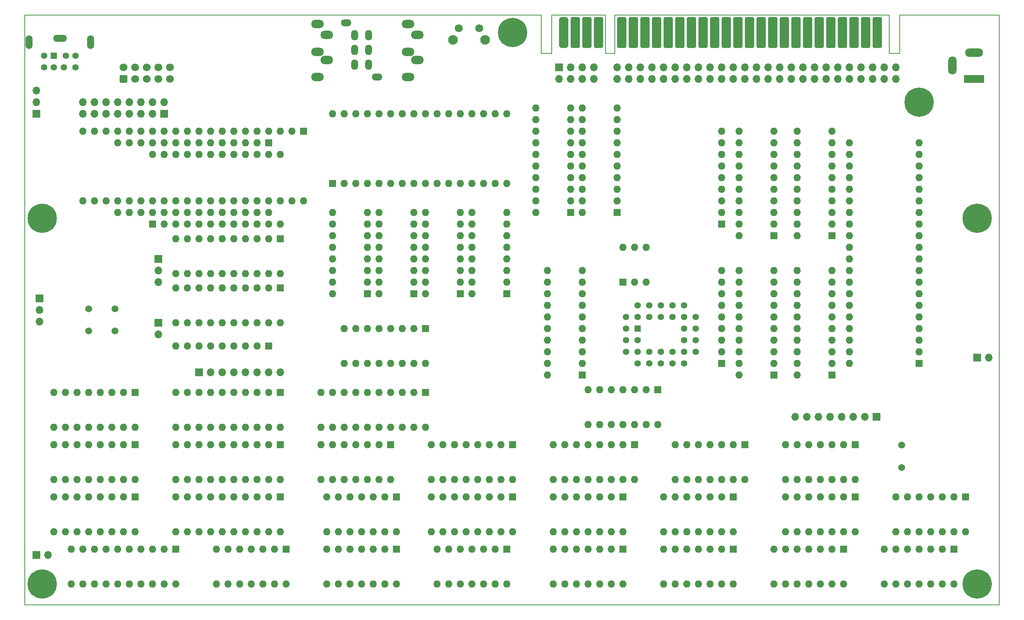
<source format=gbr>
%TF.GenerationSoftware,KiCad,Pcbnew,6.0.11-2627ca5db0~126~ubuntu22.04.1*%
%TF.CreationDate,2023-12-06T09:32:18+02:00*%
%TF.ProjectId,ZX-Spectrum-Pentagon,5a582d53-7065-4637-9472-756d2d50656e,pcb_v0.4*%
%TF.SameCoordinates,Original*%
%TF.FileFunction,Soldermask,Bot*%
%TF.FilePolarity,Negative*%
%FSLAX46Y46*%
G04 Gerber Fmt 4.6, Leading zero omitted, Abs format (unit mm)*
G04 Created by KiCad (PCBNEW 6.0.11-2627ca5db0~126~ubuntu22.04.1) date 2023-12-06 09:32:18*
%MOMM*%
%LPD*%
G01*
G04 APERTURE LIST*
G04 Aperture macros list*
%AMRoundRect*
0 Rectangle with rounded corners*
0 $1 Rounding radius*
0 $2 $3 $4 $5 $6 $7 $8 $9 X,Y pos of 4 corners*
0 Add a 4 corners polygon primitive as box body*
4,1,4,$2,$3,$4,$5,$6,$7,$8,$9,$2,$3,0*
0 Add four circle primitives for the rounded corners*
1,1,$1+$1,$2,$3*
1,1,$1+$1,$4,$5*
1,1,$1+$1,$6,$7*
1,1,$1+$1,$8,$9*
0 Add four rect primitives between the rounded corners*
20,1,$1+$1,$2,$3,$4,$5,0*
20,1,$1+$1,$4,$5,$6,$7,0*
20,1,$1+$1,$6,$7,$8,$9,0*
20,1,$1+$1,$8,$9,$2,$3,0*%
G04 Aperture macros list end*
%TA.AperFunction,Profile*%
%ADD10C,0.200000*%
%TD*%
%ADD11R,1.422400X1.422400*%
%ADD12C,1.422400*%
%ADD13R,1.408000X1.408000*%
%ADD14C,1.408000*%
%ADD15O,1.500000X3.000000*%
%ADD16O,3.000000X1.500000*%
%ADD17C,1.500000*%
%ADD18R,1.600000X1.600000*%
%ADD19O,1.600000X1.600000*%
%ADD20RoundRect,0.460000X-0.540000X-2.890000X0.540000X-2.890000X0.540000X2.890000X-0.540000X2.890000X0*%
%ADD21RoundRect,0.280000X-0.720000X-3.070000X0.720000X-3.070000X0.720000X3.070000X-0.720000X3.070000X0*%
%ADD22R,1.700000X1.700000*%
%ADD23O,1.700000X1.700000*%
%ADD24C,2.100000*%
%ADD25C,1.750000*%
%ADD26C,0.800000*%
%ADD27C,6.400000*%
%ADD28R,4.400000X1.800000*%
%ADD29O,4.000000X1.800000*%
%ADD30O,1.800000X4.000000*%
%ADD31RoundRect,0.250000X0.600000X-0.600000X0.600000X0.600000X-0.600000X0.600000X-0.600000X-0.600000X0*%
%ADD32C,1.700000*%
%ADD33O,2.800000X1.800000*%
%ADD34O,1.500000X2.300000*%
%ADD35O,2.300000X1.500000*%
G04 APERTURE END LIST*
D10*
X20320000Y-149320000D02*
X20320000Y-20320000D01*
X233420000Y-149320000D02*
X20320000Y-149320000D01*
X211630000Y-20320000D02*
X233420000Y-20320000D01*
X20320000Y-20320000D02*
X133250000Y-20320000D01*
X233420000Y-20320000D02*
X233420000Y-149320000D01*
%TO.C,XMCPU1*%
X211630000Y-28720000D02*
X211630000Y-20320000D01*
X133250000Y-20320000D02*
X133250000Y-28720000D01*
X209330000Y-28720000D02*
X211630000Y-28720000D01*
X149310000Y-20320000D02*
X209330000Y-20320000D01*
X147310000Y-20320000D02*
X147310000Y-28720000D01*
X135550000Y-20320000D02*
X147310000Y-20320000D01*
X135550000Y-28720000D02*
X135550000Y-20320000D01*
X147310000Y-28720000D02*
X149310000Y-28720000D01*
X209330000Y-20320000D02*
X209330000Y-28720000D01*
X149310000Y-28720000D02*
X149310000Y-20320000D01*
X133250000Y-28720000D02*
X135550000Y-28720000D01*
%TD*%
D11*
%TO.C,U30*%
X154305000Y-88900000D03*
D12*
X151765000Y-91440000D03*
X154305000Y-91440000D03*
X151765000Y-93980000D03*
X154305000Y-96520000D03*
X154305000Y-93980000D03*
X156845000Y-96520000D03*
X156845000Y-93980000D03*
X159385000Y-96520000D03*
X159385000Y-93980000D03*
X161925000Y-96520000D03*
X161925000Y-93980000D03*
X164465000Y-96520000D03*
X167005000Y-93980000D03*
X164465000Y-93980000D03*
X167005000Y-91440000D03*
X164465000Y-91440000D03*
X167005000Y-88900000D03*
X164465000Y-88900000D03*
X167005000Y-86360000D03*
X164465000Y-83820000D03*
X164465000Y-86360000D03*
X161925000Y-83820000D03*
X161925000Y-86360000D03*
X159385000Y-83820000D03*
X159385000Y-86360000D03*
X156845000Y-83820000D03*
X156845000Y-86360000D03*
X154305000Y-83820000D03*
X151765000Y-86360000D03*
X154305000Y-86360000D03*
X151765000Y-88900000D03*
%TD*%
D13*
%TO.C,JVE2*%
X26670000Y-29210000D03*
D14*
X29270000Y-29210000D03*
X24570000Y-29210000D03*
X26670000Y-31710000D03*
X31370000Y-29210000D03*
X24570000Y-31710000D03*
X28870000Y-31710000D03*
X31370000Y-31710000D03*
D15*
X21220000Y-26210000D03*
X34720000Y-26210000D03*
D16*
X27970000Y-25410000D03*
%TD*%
D17*
%TO.C,YG1*%
X212090000Y-114390000D03*
X212090000Y-119270000D03*
%TD*%
D18*
%TO.C,U15*%
X151135000Y-125730000D03*
D19*
X148595000Y-125730000D03*
X146055000Y-125730000D03*
X143515000Y-125730000D03*
X140975000Y-125730000D03*
X138435000Y-125730000D03*
X135895000Y-125730000D03*
X135895000Y-133350000D03*
X138435000Y-133350000D03*
X140975000Y-133350000D03*
X143515000Y-133350000D03*
X146055000Y-133350000D03*
X148595000Y-133350000D03*
X151135000Y-133350000D03*
%TD*%
D18*
%TO.C,U48*%
X95250000Y-81280000D03*
D19*
X95250000Y-78740000D03*
X95250000Y-76200000D03*
X95250000Y-73660000D03*
X95250000Y-71120000D03*
X95250000Y-68580000D03*
X95250000Y-66040000D03*
X95250000Y-63500000D03*
X87630000Y-63500000D03*
X87630000Y-66040000D03*
X87630000Y-68580000D03*
X87630000Y-71120000D03*
X87630000Y-73660000D03*
X87630000Y-76200000D03*
X87630000Y-78740000D03*
X87630000Y-81280000D03*
%TD*%
D18*
%TO.C,U18*%
X76200000Y-69215000D03*
D19*
X73660000Y-69215000D03*
X71120000Y-69215000D03*
X68580000Y-69215000D03*
X66040000Y-69215000D03*
X63500000Y-69215000D03*
X60960000Y-69215000D03*
X58420000Y-69215000D03*
X55880000Y-69215000D03*
X53340000Y-69215000D03*
X53340000Y-76835000D03*
X55880000Y-76835000D03*
X58420000Y-76835000D03*
X60960000Y-76835000D03*
X63500000Y-76835000D03*
X66040000Y-76835000D03*
X68580000Y-76835000D03*
X71120000Y-76835000D03*
X73660000Y-76835000D03*
X76200000Y-76835000D03*
%TD*%
D20*
%TO.C,XMCPU1*%
X138150000Y-24130000D03*
D21*
X140690000Y-24130000D03*
X143230000Y-24130000D03*
X145770000Y-24130000D03*
X150850000Y-24130000D03*
X153390000Y-24130000D03*
X155930000Y-24130000D03*
X158470000Y-24130000D03*
X161010000Y-24130000D03*
X163550000Y-24130000D03*
X166090000Y-24130000D03*
X168630000Y-24130000D03*
X171170000Y-24130000D03*
X173710000Y-24130000D03*
X176250000Y-24130000D03*
X178790000Y-24130000D03*
X181330000Y-24130000D03*
X183870000Y-24130000D03*
X186410000Y-24130000D03*
X188950000Y-24130000D03*
X191490000Y-24130000D03*
X194030000Y-24130000D03*
X196570000Y-24130000D03*
X199110000Y-24130000D03*
X201650000Y-24130000D03*
X204190000Y-24130000D03*
X206730000Y-24130000D03*
%TD*%
D18*
%TO.C,U19*%
X81280000Y-45710000D03*
D19*
X78740000Y-45710000D03*
X76200000Y-45710000D03*
X73660000Y-45710000D03*
X71120000Y-45710000D03*
X68580000Y-45710000D03*
X66040000Y-45710000D03*
X63500000Y-45710000D03*
X60960000Y-45710000D03*
X58420000Y-45710000D03*
X55880000Y-45710000D03*
X53340000Y-45710000D03*
X50800000Y-45710000D03*
X48260000Y-45710000D03*
X45720000Y-45710000D03*
X43180000Y-45710000D03*
X40640000Y-45710000D03*
X38100000Y-45710000D03*
X35560000Y-45710000D03*
X33020000Y-45710000D03*
X33020000Y-60950000D03*
X35560000Y-60950000D03*
X38100000Y-60950000D03*
X40640000Y-60950000D03*
X43180000Y-60950000D03*
X45720000Y-60950000D03*
X48260000Y-60950000D03*
X50800000Y-60950000D03*
X53340000Y-60950000D03*
X55880000Y-60950000D03*
X58420000Y-60950000D03*
X60960000Y-60950000D03*
X63500000Y-60950000D03*
X66040000Y-60950000D03*
X68580000Y-60950000D03*
X71120000Y-60950000D03*
X73660000Y-60950000D03*
X76200000Y-60950000D03*
X78740000Y-60950000D03*
X81280000Y-60950000D03*
%TD*%
D22*
%TO.C,TP1*%
X228600000Y-95250000D03*
D23*
X231140000Y-95250000D03*
%TD*%
D18*
%TO.C,SWCPU1*%
X151130000Y-78740000D03*
D19*
X153670000Y-78740000D03*
X156210000Y-78740000D03*
X156210000Y-71120000D03*
X153670000Y-71120000D03*
X151130000Y-71120000D03*
%TD*%
D22*
%TO.C,JPVE1*%
X22835000Y-41895000D03*
D23*
X22835000Y-39355000D03*
X22835000Y-36815000D03*
%TD*%
D18*
%TO.C,U25*%
X196840000Y-68575000D03*
D19*
X196840000Y-66035000D03*
X196840000Y-63495000D03*
X196840000Y-60955000D03*
X196840000Y-58415000D03*
X196840000Y-55875000D03*
X196840000Y-53335000D03*
X196840000Y-50795000D03*
X196840000Y-48255000D03*
X196840000Y-45715000D03*
X189220000Y-45715000D03*
X189220000Y-48255000D03*
X189220000Y-50795000D03*
X189220000Y-53335000D03*
X189220000Y-55875000D03*
X189220000Y-58415000D03*
X189220000Y-60955000D03*
X189220000Y-63495000D03*
X189220000Y-66035000D03*
X189220000Y-68575000D03*
%TD*%
D22*
%TO.C,JIO5*%
X49530000Y-87625000D03*
D23*
X49530000Y-90165000D03*
%TD*%
D24*
%TO.C,SWG1*%
X120960000Y-25697500D03*
X113950000Y-25697500D03*
D25*
X115200000Y-23207500D03*
X119700000Y-23207500D03*
%TD*%
D18*
%TO.C,U47*%
X125730000Y-81280000D03*
D19*
X125730000Y-78740000D03*
X125730000Y-76200000D03*
X125730000Y-73660000D03*
X125730000Y-71120000D03*
X125730000Y-68580000D03*
X125730000Y-66040000D03*
X125730000Y-63500000D03*
X118110000Y-63500000D03*
X118110000Y-66040000D03*
X118110000Y-68580000D03*
X118110000Y-71120000D03*
X118110000Y-73660000D03*
X118110000Y-76200000D03*
X118110000Y-78740000D03*
X118110000Y-81280000D03*
%TD*%
D26*
%TO.C,H5*%
X25827056Y-146477056D03*
X24130000Y-147180000D03*
X22432944Y-146477056D03*
D27*
X24130000Y-144780000D03*
D26*
X22432944Y-143082944D03*
X26530000Y-144780000D03*
X24130000Y-142380000D03*
X25827056Y-143082944D03*
X21730000Y-144780000D03*
%TD*%
D18*
%TO.C,U20*%
X73655000Y-48250000D03*
D19*
X71115000Y-48250000D03*
X68575000Y-48250000D03*
X66035000Y-48250000D03*
X63495000Y-48250000D03*
X60955000Y-48250000D03*
X58415000Y-48250000D03*
X55875000Y-48250000D03*
X53335000Y-48250000D03*
X50795000Y-48250000D03*
X48255000Y-48250000D03*
X45715000Y-48250000D03*
X43175000Y-48250000D03*
X40635000Y-48250000D03*
X40635000Y-63490000D03*
X43175000Y-63490000D03*
X45715000Y-63490000D03*
X48255000Y-63490000D03*
X50795000Y-63490000D03*
X53335000Y-63490000D03*
X55875000Y-63490000D03*
X58415000Y-63490000D03*
X60955000Y-63490000D03*
X63495000Y-63490000D03*
X66035000Y-63490000D03*
X68575000Y-63490000D03*
X71115000Y-63490000D03*
X73655000Y-63490000D03*
%TD*%
D22*
%TO.C,JIOKB2*%
X58420000Y-98425000D03*
D23*
X60960000Y-98425000D03*
X63500000Y-98425000D03*
X66040000Y-98425000D03*
X68580000Y-98425000D03*
X71120000Y-98425000D03*
X73660000Y-98425000D03*
X76200000Y-98425000D03*
%TD*%
D18*
%TO.C,U7*%
X175260000Y-137160000D03*
D19*
X172720000Y-137160000D03*
X170180000Y-137160000D03*
X167640000Y-137160000D03*
X165100000Y-137160000D03*
X162560000Y-137160000D03*
X160020000Y-137160000D03*
X160020000Y-144780000D03*
X162560000Y-144780000D03*
X165100000Y-144780000D03*
X167640000Y-144780000D03*
X170180000Y-144780000D03*
X172720000Y-144780000D03*
X175260000Y-144780000D03*
%TD*%
D18*
%TO.C,U23*%
X76200000Y-80010000D03*
D19*
X73660000Y-80010000D03*
X71120000Y-80010000D03*
X68580000Y-80010000D03*
X66040000Y-80010000D03*
X63500000Y-80010000D03*
X60960000Y-80010000D03*
X58420000Y-80010000D03*
X55880000Y-80010000D03*
X53340000Y-80010000D03*
X53340000Y-87630000D03*
X55880000Y-87630000D03*
X58420000Y-87630000D03*
X60960000Y-87630000D03*
X63500000Y-87630000D03*
X66040000Y-87630000D03*
X68580000Y-87630000D03*
X71120000Y-87630000D03*
X73660000Y-87630000D03*
X76200000Y-87630000D03*
%TD*%
D18*
%TO.C,U42*%
X115570000Y-81280000D03*
D19*
X115570000Y-78740000D03*
X115570000Y-76200000D03*
X115570000Y-73660000D03*
X115570000Y-71120000D03*
X115570000Y-68580000D03*
X115570000Y-66040000D03*
X115570000Y-63500000D03*
X107950000Y-63500000D03*
X107950000Y-66040000D03*
X107950000Y-68580000D03*
X107950000Y-71120000D03*
X107950000Y-73660000D03*
X107950000Y-76200000D03*
X107950000Y-78740000D03*
X107950000Y-81280000D03*
%TD*%
D17*
%TO.C,YVE1*%
X40005000Y-84545000D03*
X40005000Y-89425000D03*
%TD*%
D18*
%TO.C,U38*%
X44450000Y-102870000D03*
D19*
X41910000Y-102870000D03*
X39370000Y-102870000D03*
X36830000Y-102870000D03*
X34290000Y-102870000D03*
X31750000Y-102870000D03*
X29210000Y-102870000D03*
X26670000Y-102870000D03*
X26670000Y-110490000D03*
X29210000Y-110490000D03*
X31750000Y-110490000D03*
X34290000Y-110490000D03*
X36830000Y-110490000D03*
X39370000Y-110490000D03*
X41910000Y-110490000D03*
X44450000Y-110490000D03*
%TD*%
D18*
%TO.C,U44*%
X87615000Y-57155000D03*
D19*
X90155000Y-57155000D03*
X92695000Y-57155000D03*
X95235000Y-57155000D03*
X97775000Y-57155000D03*
X100315000Y-57155000D03*
X102855000Y-57155000D03*
X105395000Y-57155000D03*
X107935000Y-57155000D03*
X110475000Y-57155000D03*
X113015000Y-57155000D03*
X115555000Y-57155000D03*
X118095000Y-57155000D03*
X120635000Y-57155000D03*
X123175000Y-57155000D03*
X125715000Y-57155000D03*
X125715000Y-41915000D03*
X123175000Y-41915000D03*
X120635000Y-41915000D03*
X118095000Y-41915000D03*
X115555000Y-41915000D03*
X113015000Y-41915000D03*
X110475000Y-41915000D03*
X107935000Y-41915000D03*
X105395000Y-41915000D03*
X102855000Y-41915000D03*
X100315000Y-41915000D03*
X97775000Y-41915000D03*
X95235000Y-41915000D03*
X92695000Y-41915000D03*
X90155000Y-41915000D03*
X87615000Y-41915000D03*
%TD*%
D27*
%TO.C,H2*%
X215900000Y-39370000D03*
D26*
X218300000Y-39370000D03*
X217597056Y-37672944D03*
X214202944Y-37672944D03*
X215900000Y-36970000D03*
X217597056Y-41067056D03*
X213500000Y-39370000D03*
X215900000Y-41770000D03*
X214202944Y-41067056D03*
%TD*%
D18*
%TO.C,U1*%
X201930000Y-114300000D03*
D19*
X199390000Y-114300000D03*
X196850000Y-114300000D03*
X194310000Y-114300000D03*
X191770000Y-114300000D03*
X189230000Y-114300000D03*
X186690000Y-114300000D03*
X186690000Y-121920000D03*
X189230000Y-121920000D03*
X191770000Y-121920000D03*
X194310000Y-121920000D03*
X196850000Y-121920000D03*
X199390000Y-121920000D03*
X201930000Y-121920000D03*
%TD*%
D18*
%TO.C,U11*%
X199395000Y-137170000D03*
D19*
X196855000Y-137170000D03*
X194315000Y-137170000D03*
X191775000Y-137170000D03*
X189235000Y-137170000D03*
X186695000Y-137170000D03*
X184155000Y-137170000D03*
X184155000Y-144790000D03*
X186695000Y-144790000D03*
X189235000Y-144790000D03*
X191775000Y-144790000D03*
X194315000Y-144790000D03*
X196855000Y-144790000D03*
X199395000Y-144790000D03*
%TD*%
D18*
%TO.C,U5*%
X127000000Y-125730000D03*
D19*
X124460000Y-125730000D03*
X121920000Y-125730000D03*
X119380000Y-125730000D03*
X116840000Y-125730000D03*
X114300000Y-125730000D03*
X111760000Y-125730000D03*
X109220000Y-125730000D03*
X109220000Y-133350000D03*
X111760000Y-133350000D03*
X114300000Y-133350000D03*
X116840000Y-133350000D03*
X119380000Y-133350000D03*
X121920000Y-133350000D03*
X124460000Y-133350000D03*
X127000000Y-133350000D03*
%TD*%
D18*
%TO.C,RSIO1*%
X73660000Y-92710000D03*
D19*
X71120000Y-92710000D03*
X68580000Y-92710000D03*
X66040000Y-92710000D03*
X63500000Y-92710000D03*
X60960000Y-92710000D03*
X58420000Y-92710000D03*
X55880000Y-92710000D03*
X53340000Y-92710000D03*
%TD*%
D18*
%TO.C,U21*%
X48260000Y-66040000D03*
D19*
X50800000Y-66040000D03*
X53340000Y-66040000D03*
X55880000Y-66040000D03*
X58420000Y-66040000D03*
X60960000Y-66040000D03*
X63500000Y-66040000D03*
X66040000Y-66040000D03*
X68580000Y-66040000D03*
X71120000Y-66040000D03*
X73660000Y-66040000D03*
X76200000Y-66040000D03*
X76200000Y-50800000D03*
X73660000Y-50800000D03*
X71120000Y-50800000D03*
X68580000Y-50800000D03*
X66040000Y-50800000D03*
X63500000Y-50800000D03*
X60960000Y-50800000D03*
X58420000Y-50800000D03*
X55880000Y-50800000D03*
X53340000Y-50800000D03*
X50800000Y-50800000D03*
X48260000Y-50800000D03*
%TD*%
D18*
%TO.C,RSCPU1*%
X172720000Y-96520000D03*
D19*
X172720000Y-93980000D03*
X172720000Y-91440000D03*
X172720000Y-88900000D03*
X172720000Y-86360000D03*
X172720000Y-83820000D03*
X172720000Y-81280000D03*
X172720000Y-78740000D03*
X172720000Y-76200000D03*
%TD*%
D18*
%TO.C,U13*%
X226065000Y-125730000D03*
D19*
X223525000Y-125730000D03*
X220985000Y-125730000D03*
X218445000Y-125730000D03*
X215905000Y-125730000D03*
X213365000Y-125730000D03*
X210825000Y-125730000D03*
X210825000Y-133350000D03*
X213365000Y-133350000D03*
X215905000Y-133350000D03*
X218445000Y-133350000D03*
X220985000Y-133350000D03*
X223525000Y-133350000D03*
X226065000Y-133350000D03*
%TD*%
D18*
%TO.C,U46*%
X105410000Y-81280000D03*
D19*
X105410000Y-78740000D03*
X105410000Y-76200000D03*
X105410000Y-73660000D03*
X105410000Y-71120000D03*
X105410000Y-68580000D03*
X105410000Y-66040000D03*
X105410000Y-63500000D03*
X97790000Y-63500000D03*
X97790000Y-66040000D03*
X97790000Y-68580000D03*
X97790000Y-71120000D03*
X97790000Y-73660000D03*
X97790000Y-76200000D03*
X97790000Y-78740000D03*
X97790000Y-81280000D03*
%TD*%
D18*
%TO.C,U35*%
X76200000Y-102870000D03*
D19*
X73660000Y-102870000D03*
X71120000Y-102870000D03*
X68580000Y-102870000D03*
X66040000Y-102870000D03*
X63500000Y-102870000D03*
X60960000Y-102870000D03*
X58420000Y-102870000D03*
X55880000Y-102870000D03*
X53340000Y-102870000D03*
X53340000Y-110490000D03*
X55880000Y-110490000D03*
X58420000Y-110490000D03*
X60960000Y-110490000D03*
X63500000Y-110490000D03*
X66040000Y-110490000D03*
X68580000Y-110490000D03*
X71120000Y-110490000D03*
X73660000Y-110490000D03*
X76200000Y-110490000D03*
%TD*%
D28*
%TO.C,JPS1*%
X227930000Y-34290000D03*
D29*
X227930000Y-28490000D03*
D30*
X223130000Y-31290000D03*
%TD*%
D17*
%TO.C,YVE2*%
X34290000Y-84545000D03*
X34290000Y-89425000D03*
%TD*%
D22*
%TO.C,TP2*%
X22860000Y-138430000D03*
D23*
X25400000Y-138430000D03*
%TD*%
D22*
%TO.C,JIO3*%
X50800000Y-41910000D03*
D23*
X50800000Y-39370000D03*
X48260000Y-41910000D03*
X48260000Y-39370000D03*
X45720000Y-41910000D03*
X45720000Y-39370000D03*
X43180000Y-41910000D03*
X43180000Y-39370000D03*
X40640000Y-41910000D03*
X40640000Y-39370000D03*
X38100000Y-41910000D03*
X38100000Y-39370000D03*
X35560000Y-41910000D03*
X35560000Y-39370000D03*
X33020000Y-41910000D03*
X33020000Y-39370000D03*
%TD*%
D31*
%TO.C,JVE3*%
X41910000Y-34290000D03*
D32*
X41910000Y-31750000D03*
X44450000Y-34290000D03*
X44450000Y-31750000D03*
X46990000Y-34290000D03*
X46990000Y-31750000D03*
X49530000Y-34290000D03*
X49530000Y-31750000D03*
X52070000Y-34290000D03*
X52070000Y-31750000D03*
%TD*%
D22*
%TO.C,JCPU1*%
X137160000Y-31750000D03*
D23*
X137160000Y-34290000D03*
X139700000Y-31750000D03*
X139700000Y-34290000D03*
X142240000Y-31750000D03*
X142240000Y-34290000D03*
X144780000Y-31750000D03*
X144780000Y-34290000D03*
X149860000Y-31750000D03*
X149860000Y-34290000D03*
X152400000Y-31750000D03*
X152400000Y-34290000D03*
X154940000Y-31750000D03*
X154940000Y-34290000D03*
X157480000Y-31750000D03*
X157480000Y-34290000D03*
X160020000Y-31750000D03*
X160020000Y-34290000D03*
X162560000Y-31750000D03*
X162560000Y-34290000D03*
X165100000Y-31750000D03*
X165100000Y-34290000D03*
X167640000Y-31750000D03*
X167640000Y-34290000D03*
X170180000Y-31750000D03*
X170180000Y-34290000D03*
X172720000Y-31750000D03*
X172720000Y-34290000D03*
X175260000Y-31750000D03*
X175260000Y-34290000D03*
X177800000Y-31750000D03*
X177800000Y-34290000D03*
X180340000Y-31750000D03*
X180340000Y-34290000D03*
X182880000Y-31750000D03*
X182880000Y-34290000D03*
X185420000Y-31750000D03*
X185420000Y-34290000D03*
X187960000Y-31750000D03*
X187960000Y-34290000D03*
X190500000Y-31750000D03*
X190500000Y-34290000D03*
X193040000Y-31750000D03*
X193040000Y-34290000D03*
X195580000Y-31750000D03*
X195580000Y-34290000D03*
X198120000Y-31750000D03*
X198120000Y-34290000D03*
X200660000Y-31750000D03*
X200660000Y-34290000D03*
X203200000Y-31750000D03*
X203200000Y-34290000D03*
X205740000Y-31750000D03*
X205740000Y-34290000D03*
X208280000Y-31750000D03*
X208280000Y-34290000D03*
X210820000Y-31750000D03*
X210820000Y-34290000D03*
%TD*%
D18*
%TO.C,U6*%
X153655000Y-114300000D03*
D19*
X151115000Y-114300000D03*
X148575000Y-114300000D03*
X146035000Y-114300000D03*
X143495000Y-114300000D03*
X140955000Y-114300000D03*
X138415000Y-114300000D03*
X135875000Y-114300000D03*
X135875000Y-121920000D03*
X138415000Y-121920000D03*
X140955000Y-121920000D03*
X143495000Y-121920000D03*
X146035000Y-121920000D03*
X148575000Y-121920000D03*
X151115000Y-121920000D03*
X153655000Y-121920000D03*
%TD*%
D26*
%TO.C,H6*%
X22432944Y-63072944D03*
X21730000Y-64770000D03*
X25827056Y-63072944D03*
X26530000Y-64770000D03*
D27*
X24130000Y-64770000D03*
D26*
X22432944Y-66467056D03*
X24130000Y-67170000D03*
X24130000Y-62370000D03*
X25827056Y-66467056D03*
%TD*%
D18*
%TO.C,U33*%
X101605000Y-125730000D03*
D19*
X99065000Y-125730000D03*
X96525000Y-125730000D03*
X93985000Y-125730000D03*
X91445000Y-125730000D03*
X88905000Y-125730000D03*
X86365000Y-125730000D03*
X86365000Y-133350000D03*
X88905000Y-133350000D03*
X91445000Y-133350000D03*
X93985000Y-133350000D03*
X96525000Y-133350000D03*
X99065000Y-133350000D03*
X101605000Y-133350000D03*
%TD*%
D18*
%TO.C,U17*%
X107935000Y-88900000D03*
D19*
X105395000Y-88900000D03*
X102855000Y-88900000D03*
X100315000Y-88900000D03*
X97775000Y-88900000D03*
X95235000Y-88900000D03*
X92695000Y-88900000D03*
X90155000Y-88900000D03*
X90155000Y-96520000D03*
X92695000Y-96520000D03*
X95235000Y-96520000D03*
X97775000Y-96520000D03*
X100315000Y-96520000D03*
X102855000Y-96520000D03*
X105395000Y-96520000D03*
X107935000Y-96520000D03*
%TD*%
D18*
%TO.C,U28*%
X184150000Y-68580000D03*
D19*
X184150000Y-66040000D03*
X184150000Y-63500000D03*
X184150000Y-60960000D03*
X184150000Y-58420000D03*
X184150000Y-55880000D03*
X184150000Y-53340000D03*
X184150000Y-50800000D03*
X184150000Y-48260000D03*
X184150000Y-45720000D03*
X176530000Y-45720000D03*
X176530000Y-48260000D03*
X176530000Y-50800000D03*
X176530000Y-53340000D03*
X176530000Y-55880000D03*
X176530000Y-58420000D03*
X176530000Y-60960000D03*
X176530000Y-63500000D03*
X176530000Y-66040000D03*
X176530000Y-68580000D03*
%TD*%
D18*
%TO.C,U3*%
X177800000Y-114300000D03*
D19*
X175260000Y-114300000D03*
X172720000Y-114300000D03*
X170180000Y-114300000D03*
X167640000Y-114300000D03*
X165100000Y-114300000D03*
X162560000Y-114300000D03*
X162560000Y-121920000D03*
X165100000Y-121920000D03*
X167640000Y-121920000D03*
X170180000Y-121920000D03*
X172720000Y-121920000D03*
X175260000Y-121920000D03*
X177800000Y-121920000D03*
%TD*%
D18*
%TO.C,U8*%
X125735000Y-137160000D03*
D19*
X123195000Y-137160000D03*
X120655000Y-137160000D03*
X118115000Y-137160000D03*
X115575000Y-137160000D03*
X113035000Y-137160000D03*
X110495000Y-137160000D03*
X110495000Y-144780000D03*
X113035000Y-144780000D03*
X115575000Y-144780000D03*
X118115000Y-144780000D03*
X120655000Y-144780000D03*
X123195000Y-144780000D03*
X125735000Y-144780000D03*
%TD*%
D26*
%TO.C,H4*%
X226917344Y-143082944D03*
X228614400Y-142380000D03*
X226214400Y-144780000D03*
X226917344Y-146477056D03*
X228614400Y-147180000D03*
X230311456Y-146477056D03*
D27*
X228614400Y-144780000D03*
D26*
X231014400Y-144780000D03*
X230311456Y-143082944D03*
%TD*%
D18*
%TO.C,U9*%
X175265000Y-125730000D03*
D19*
X172725000Y-125730000D03*
X170185000Y-125730000D03*
X167645000Y-125730000D03*
X165105000Y-125730000D03*
X162565000Y-125730000D03*
X160025000Y-125730000D03*
X160025000Y-133350000D03*
X162565000Y-133350000D03*
X165105000Y-133350000D03*
X167645000Y-133350000D03*
X170185000Y-133350000D03*
X172725000Y-133350000D03*
X175265000Y-133350000D03*
%TD*%
D18*
%TO.C,U10*%
X127000000Y-114300000D03*
D19*
X124460000Y-114300000D03*
X121920000Y-114300000D03*
X119380000Y-114300000D03*
X116840000Y-114300000D03*
X114300000Y-114300000D03*
X111760000Y-114300000D03*
X109220000Y-114300000D03*
X109220000Y-121920000D03*
X111760000Y-121920000D03*
X114300000Y-121920000D03*
X116840000Y-121920000D03*
X119380000Y-121920000D03*
X121920000Y-121920000D03*
X124460000Y-121920000D03*
X127000000Y-121920000D03*
%TD*%
D22*
%TO.C,JIO1*%
X49530000Y-73660000D03*
D23*
X49530000Y-76200000D03*
X49530000Y-78740000D03*
%TD*%
D18*
%TO.C,U29*%
X142240000Y-99060000D03*
D19*
X142240000Y-96520000D03*
X142240000Y-93980000D03*
X142240000Y-91440000D03*
X142240000Y-88900000D03*
X142240000Y-86360000D03*
X142240000Y-83820000D03*
X142240000Y-81280000D03*
X142240000Y-78740000D03*
X142240000Y-76200000D03*
X134620000Y-76200000D03*
X134620000Y-78740000D03*
X134620000Y-81280000D03*
X134620000Y-83820000D03*
X134620000Y-86360000D03*
X134620000Y-88900000D03*
X134620000Y-91440000D03*
X134620000Y-93980000D03*
X134620000Y-96520000D03*
X134620000Y-99060000D03*
%TD*%
D18*
%TO.C,U31*%
X158755000Y-102247500D03*
D19*
X156215000Y-102247500D03*
X153675000Y-102247500D03*
X151135000Y-102247500D03*
X148595000Y-102247500D03*
X146055000Y-102247500D03*
X143515000Y-102247500D03*
X143515000Y-109867500D03*
X146055000Y-109867500D03*
X148595000Y-109867500D03*
X151135000Y-109867500D03*
X153675000Y-109867500D03*
X156215000Y-109867500D03*
X158755000Y-109867500D03*
%TD*%
D18*
%TO.C,U32*%
X101600000Y-137160000D03*
D19*
X99060000Y-137160000D03*
X96520000Y-137160000D03*
X93980000Y-137160000D03*
X91440000Y-137160000D03*
X88900000Y-137160000D03*
X86360000Y-137160000D03*
X86360000Y-144780000D03*
X88900000Y-144780000D03*
X91440000Y-144780000D03*
X93980000Y-144780000D03*
X96520000Y-144780000D03*
X99060000Y-144780000D03*
X101600000Y-144780000D03*
%TD*%
D18*
%TO.C,U27*%
X215905000Y-96515000D03*
D19*
X215905000Y-93975000D03*
X215905000Y-91435000D03*
X215905000Y-88895000D03*
X215905000Y-86355000D03*
X215905000Y-83815000D03*
X215905000Y-81275000D03*
X215905000Y-78735000D03*
X215905000Y-76195000D03*
X215905000Y-73655000D03*
X215905000Y-71115000D03*
X215905000Y-68575000D03*
X215905000Y-66035000D03*
X215905000Y-63495000D03*
X215905000Y-60955000D03*
X215905000Y-58415000D03*
X215905000Y-55875000D03*
X215905000Y-53335000D03*
X215905000Y-50795000D03*
X215905000Y-48255000D03*
X200665000Y-48255000D03*
X200665000Y-50795000D03*
X200665000Y-53335000D03*
X200665000Y-55875000D03*
X200665000Y-58415000D03*
X200665000Y-60955000D03*
X200665000Y-63495000D03*
X200665000Y-66035000D03*
X200665000Y-68575000D03*
X200665000Y-71115000D03*
X200665000Y-73655000D03*
X200665000Y-76195000D03*
X200665000Y-78735000D03*
X200665000Y-81275000D03*
X200665000Y-83815000D03*
X200665000Y-86355000D03*
X200665000Y-88895000D03*
X200665000Y-91435000D03*
X200665000Y-93975000D03*
X200665000Y-96515000D03*
%TD*%
D18*
%TO.C,U4*%
X201935000Y-125730000D03*
D19*
X199395000Y-125730000D03*
X196855000Y-125730000D03*
X194315000Y-125730000D03*
X191775000Y-125730000D03*
X189235000Y-125730000D03*
X186695000Y-125730000D03*
X186695000Y-133350000D03*
X189235000Y-133350000D03*
X191775000Y-133350000D03*
X194315000Y-133350000D03*
X196855000Y-133350000D03*
X199395000Y-133350000D03*
X201935000Y-133350000D03*
%TD*%
D18*
%TO.C,RSCPU2*%
X172730000Y-66060000D03*
D19*
X172730000Y-63520000D03*
X172730000Y-60980000D03*
X172730000Y-58440000D03*
X172730000Y-55900000D03*
X172730000Y-53360000D03*
X172730000Y-50820000D03*
X172730000Y-48280000D03*
X172730000Y-45740000D03*
%TD*%
D18*
%TO.C,U37*%
X44435000Y-114300000D03*
D19*
X41895000Y-114300000D03*
X39355000Y-114300000D03*
X36815000Y-114300000D03*
X34275000Y-114300000D03*
X31735000Y-114300000D03*
X29195000Y-114300000D03*
X26655000Y-114300000D03*
X26655000Y-121920000D03*
X29195000Y-121920000D03*
X31735000Y-121920000D03*
X34275000Y-121920000D03*
X36815000Y-121920000D03*
X39355000Y-121920000D03*
X41895000Y-121920000D03*
X44435000Y-121920000D03*
%TD*%
D18*
%TO.C,U34*%
X77470000Y-137160000D03*
D19*
X74930000Y-137160000D03*
X72390000Y-137160000D03*
X69850000Y-137160000D03*
X67310000Y-137160000D03*
X64770000Y-137160000D03*
X62230000Y-137160000D03*
X62230000Y-144780000D03*
X64770000Y-144780000D03*
X67310000Y-144780000D03*
X69850000Y-144780000D03*
X72390000Y-144780000D03*
X74930000Y-144780000D03*
X77470000Y-144780000D03*
%TD*%
D33*
%TO.C,JIO4*%
X106140000Y-30135000D03*
X104140000Y-28335000D03*
X104140000Y-22235000D03*
X106140000Y-24635000D03*
X104140000Y-33835000D03*
%TD*%
D18*
%TO.C,U39*%
X53340000Y-137160000D03*
D19*
X50800000Y-137160000D03*
X48260000Y-137160000D03*
X45720000Y-137160000D03*
X43180000Y-137160000D03*
X40640000Y-137160000D03*
X38100000Y-137160000D03*
X35560000Y-137160000D03*
X33020000Y-137160000D03*
X30480000Y-137160000D03*
X30480000Y-144780000D03*
X33020000Y-144780000D03*
X35560000Y-144780000D03*
X38100000Y-144780000D03*
X40640000Y-144780000D03*
X43180000Y-144780000D03*
X45720000Y-144780000D03*
X48260000Y-144780000D03*
X50800000Y-144780000D03*
X53340000Y-144780000D03*
%TD*%
D18*
%TO.C,U12*%
X151135000Y-137170000D03*
D19*
X148595000Y-137170000D03*
X146055000Y-137170000D03*
X143515000Y-137170000D03*
X140975000Y-137170000D03*
X138435000Y-137170000D03*
X135895000Y-137170000D03*
X135895000Y-144790000D03*
X138435000Y-144790000D03*
X140975000Y-144790000D03*
X143515000Y-144790000D03*
X146055000Y-144790000D03*
X148595000Y-144790000D03*
X151135000Y-144790000D03*
%TD*%
D18*
%TO.C,U45*%
X149865000Y-63505000D03*
D19*
X149865000Y-60965000D03*
X149865000Y-58425000D03*
X149865000Y-55885000D03*
X149865000Y-53345000D03*
X149865000Y-50805000D03*
X149865000Y-48265000D03*
X149865000Y-45725000D03*
X149865000Y-43185000D03*
X149865000Y-40645000D03*
X142245000Y-40645000D03*
X142245000Y-43185000D03*
X142245000Y-45725000D03*
X142245000Y-48265000D03*
X142245000Y-50805000D03*
X142245000Y-53345000D03*
X142245000Y-55885000D03*
X142245000Y-58425000D03*
X142245000Y-60965000D03*
X142245000Y-63505000D03*
%TD*%
D22*
%TO.C,JIOKB1*%
X206550000Y-108200000D03*
D23*
X204010000Y-108200000D03*
X201470000Y-108200000D03*
X198930000Y-108200000D03*
X196390000Y-108200000D03*
X193850000Y-108200000D03*
X191310000Y-108200000D03*
X188770000Y-108200000D03*
%TD*%
D18*
%TO.C,U2*%
X223525000Y-137170000D03*
D19*
X220985000Y-137170000D03*
X218445000Y-137170000D03*
X215905000Y-137170000D03*
X213365000Y-137170000D03*
X210825000Y-137170000D03*
X208285000Y-137170000D03*
X208285000Y-144790000D03*
X210825000Y-144790000D03*
X213365000Y-144790000D03*
X215905000Y-144790000D03*
X218445000Y-144790000D03*
X220985000Y-144790000D03*
X223525000Y-144790000D03*
%TD*%
D34*
%TO.C,SWVF1*%
X92480000Y-24740000D03*
X92480000Y-27940000D03*
X92480000Y-31140000D03*
X95480000Y-24740000D03*
X95480000Y-27940000D03*
X95480000Y-31140000D03*
D35*
X90580000Y-22040000D03*
X97380000Y-33840000D03*
%TD*%
D18*
%TO.C,U16*%
X107950000Y-102870000D03*
D19*
X105410000Y-102870000D03*
X102870000Y-102870000D03*
X100330000Y-102870000D03*
X97790000Y-102870000D03*
X95250000Y-102870000D03*
X92710000Y-102870000D03*
X90170000Y-102870000D03*
X87630000Y-102870000D03*
X85090000Y-102870000D03*
X85090000Y-110490000D03*
X87630000Y-110490000D03*
X90170000Y-110490000D03*
X92710000Y-110490000D03*
X95250000Y-110490000D03*
X97790000Y-110490000D03*
X100330000Y-110490000D03*
X102870000Y-110490000D03*
X105410000Y-110490000D03*
X107950000Y-110490000D03*
%TD*%
D22*
%TO.C,JPVE3*%
X23520000Y-82296000D03*
D23*
X23520000Y-84836000D03*
X23520000Y-87376000D03*
%TD*%
D18*
%TO.C,U36*%
X76200000Y-114300000D03*
D19*
X73660000Y-114300000D03*
X71120000Y-114300000D03*
X68580000Y-114300000D03*
X66040000Y-114300000D03*
X63500000Y-114300000D03*
X60960000Y-114300000D03*
X58420000Y-114300000D03*
X55880000Y-114300000D03*
X53340000Y-114300000D03*
X53340000Y-121920000D03*
X55880000Y-121920000D03*
X58420000Y-121920000D03*
X60960000Y-121920000D03*
X63500000Y-121920000D03*
X66040000Y-121920000D03*
X68580000Y-121920000D03*
X71120000Y-121920000D03*
X73660000Y-121920000D03*
X76200000Y-121920000D03*
%TD*%
D26*
%TO.C,H3*%
X228600000Y-67170000D03*
D27*
X228600000Y-64770000D03*
D26*
X226902944Y-63072944D03*
X231000000Y-64770000D03*
X230297056Y-66467056D03*
X228600000Y-62370000D03*
X226902944Y-66467056D03*
X226200000Y-64770000D03*
X230297056Y-63072944D03*
%TD*%
D18*
%TO.C,U26*%
X184150000Y-99060000D03*
D19*
X184150000Y-96520000D03*
X184150000Y-93980000D03*
X184150000Y-91440000D03*
X184150000Y-88900000D03*
X184150000Y-86360000D03*
X184150000Y-83820000D03*
X184150000Y-81280000D03*
X184150000Y-78740000D03*
X184150000Y-76200000D03*
X176530000Y-76200000D03*
X176530000Y-78740000D03*
X176530000Y-81280000D03*
X176530000Y-83820000D03*
X176530000Y-86360000D03*
X176530000Y-88900000D03*
X176530000Y-91440000D03*
X176530000Y-93980000D03*
X176530000Y-96520000D03*
X176530000Y-99060000D03*
%TD*%
D26*
%TO.C,H1*%
X124600000Y-24130000D03*
X129400000Y-24130000D03*
X127000000Y-26530000D03*
X127000000Y-21730000D03*
D27*
X127000000Y-24130000D03*
D26*
X125302944Y-22432944D03*
X128697056Y-25827056D03*
X128697056Y-22432944D03*
X125302944Y-25827056D03*
%TD*%
D18*
%TO.C,U41*%
X44455000Y-125730000D03*
D19*
X41915000Y-125730000D03*
X39375000Y-125730000D03*
X36835000Y-125730000D03*
X34295000Y-125730000D03*
X31755000Y-125730000D03*
X29215000Y-125730000D03*
X26675000Y-125730000D03*
X26675000Y-133350000D03*
X29215000Y-133350000D03*
X31755000Y-133350000D03*
X34295000Y-133350000D03*
X36835000Y-133350000D03*
X39375000Y-133350000D03*
X41915000Y-133350000D03*
X44455000Y-133350000D03*
%TD*%
D18*
%TO.C,U14*%
X100335000Y-114300000D03*
D19*
X97795000Y-114300000D03*
X95255000Y-114300000D03*
X92715000Y-114300000D03*
X90175000Y-114300000D03*
X87635000Y-114300000D03*
X85095000Y-114300000D03*
X85095000Y-121920000D03*
X87635000Y-121920000D03*
X90175000Y-121920000D03*
X92715000Y-121920000D03*
X95255000Y-121920000D03*
X97795000Y-121920000D03*
X100335000Y-121920000D03*
%TD*%
D18*
%TO.C,U43*%
X139690000Y-63495000D03*
D19*
X139690000Y-60955000D03*
X139690000Y-58415000D03*
X139690000Y-55875000D03*
X139690000Y-53335000D03*
X139690000Y-50795000D03*
X139690000Y-48255000D03*
X139690000Y-45715000D03*
X139690000Y-43175000D03*
X139690000Y-40635000D03*
X132070000Y-40635000D03*
X132070000Y-43175000D03*
X132070000Y-45715000D03*
X132070000Y-48255000D03*
X132070000Y-50795000D03*
X132070000Y-53335000D03*
X132070000Y-55875000D03*
X132070000Y-58415000D03*
X132070000Y-60955000D03*
X132070000Y-63495000D03*
%TD*%
D18*
%TO.C,U24*%
X196840000Y-99055000D03*
D19*
X196840000Y-96515000D03*
X196840000Y-93975000D03*
X196840000Y-91435000D03*
X196840000Y-88895000D03*
X196840000Y-86355000D03*
X196840000Y-83815000D03*
X196840000Y-81275000D03*
X196840000Y-78735000D03*
X196840000Y-76195000D03*
X189220000Y-76195000D03*
X189220000Y-78735000D03*
X189220000Y-81275000D03*
X189220000Y-83815000D03*
X189220000Y-86355000D03*
X189220000Y-88895000D03*
X189220000Y-91435000D03*
X189220000Y-93975000D03*
X189220000Y-96515000D03*
X189220000Y-99055000D03*
%TD*%
D18*
%TO.C,U40*%
X76205000Y-125730000D03*
D19*
X73665000Y-125730000D03*
X71125000Y-125730000D03*
X68585000Y-125730000D03*
X66045000Y-125730000D03*
X63505000Y-125730000D03*
X60965000Y-125730000D03*
X58425000Y-125730000D03*
X55885000Y-125730000D03*
X53345000Y-125730000D03*
X53345000Y-133350000D03*
X55885000Y-133350000D03*
X58425000Y-133350000D03*
X60965000Y-133350000D03*
X63505000Y-133350000D03*
X66045000Y-133350000D03*
X68585000Y-133350000D03*
X71125000Y-133350000D03*
X73665000Y-133350000D03*
X76205000Y-133350000D03*
%TD*%
D33*
%TO.C,JIO2*%
X86355000Y-30135000D03*
X84355000Y-28335000D03*
X84355000Y-22235000D03*
X86355000Y-24635000D03*
X84355000Y-33835000D03*
%TD*%
M02*

</source>
